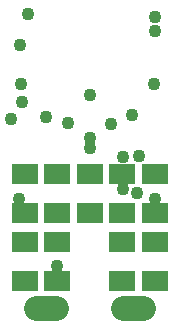
<source format=gbr>
%FSLAX34Y34*%
%MOMM*%
%LNSOLDERMASK_BOTTOM*%
G71*
G01*
%ADD10C, 1.100*%
%ADD11C, 2.100*%
%ADD12R, 2.200X1.700*%
%LPD*%
X94000Y-121000D02*
G54D10*
D03*
X149000Y-55000D02*
G54D10*
D03*
X149000Y-67000D02*
G54D10*
D03*
X148000Y-112000D02*
G54D10*
D03*
X112000Y-146000D02*
G54D10*
D03*
X76000Y-145000D02*
G54D10*
D03*
X36000Y-112000D02*
G54D10*
D03*
X35000Y-79000D02*
G54D10*
D03*
X42000Y-53000D02*
G54D10*
D03*
G54D11*
X122500Y-301500D02*
X139500Y-301500D01*
G54D11*
X48500Y-301500D02*
X65500Y-301500D01*
X38900Y-188600D02*
G54D12*
D03*
X39000Y-221100D02*
G54D12*
D03*
X66400Y-188600D02*
G54D12*
D03*
X66500Y-221100D02*
G54D12*
D03*
X93900Y-188600D02*
G54D12*
D03*
X94000Y-221100D02*
G54D12*
D03*
X121400Y-188600D02*
G54D12*
D03*
X121500Y-221100D02*
G54D12*
D03*
X148900Y-188600D02*
G54D12*
D03*
X149000Y-221100D02*
G54D12*
D03*
X38900Y-246100D02*
G54D12*
D03*
X39000Y-278600D02*
G54D12*
D03*
X66400Y-246100D02*
G54D12*
D03*
X66500Y-278600D02*
G54D12*
D03*
X121400Y-246100D02*
G54D12*
D03*
X121500Y-278600D02*
G54D12*
D03*
X148900Y-246100D02*
G54D12*
D03*
X149000Y-278600D02*
G54D12*
D03*
X136000Y-173000D02*
G54D10*
D03*
X149000Y-209000D02*
G54D10*
D03*
X122000Y-201000D02*
G54D10*
D03*
X122000Y-174000D02*
G54D10*
D03*
X130000Y-138000D02*
G54D10*
D03*
X134000Y-204000D02*
G54D10*
D03*
X34500Y-209000D02*
G54D10*
D03*
X57000Y-140000D02*
G54D10*
D03*
X27000Y-142000D02*
G54D10*
D03*
X66000Y-266000D02*
G54D10*
D03*
X37000Y-127000D02*
G54D10*
D03*
X94000Y-158000D02*
G54D10*
D03*
X94000Y-166000D02*
G54D10*
D03*
M02*

</source>
